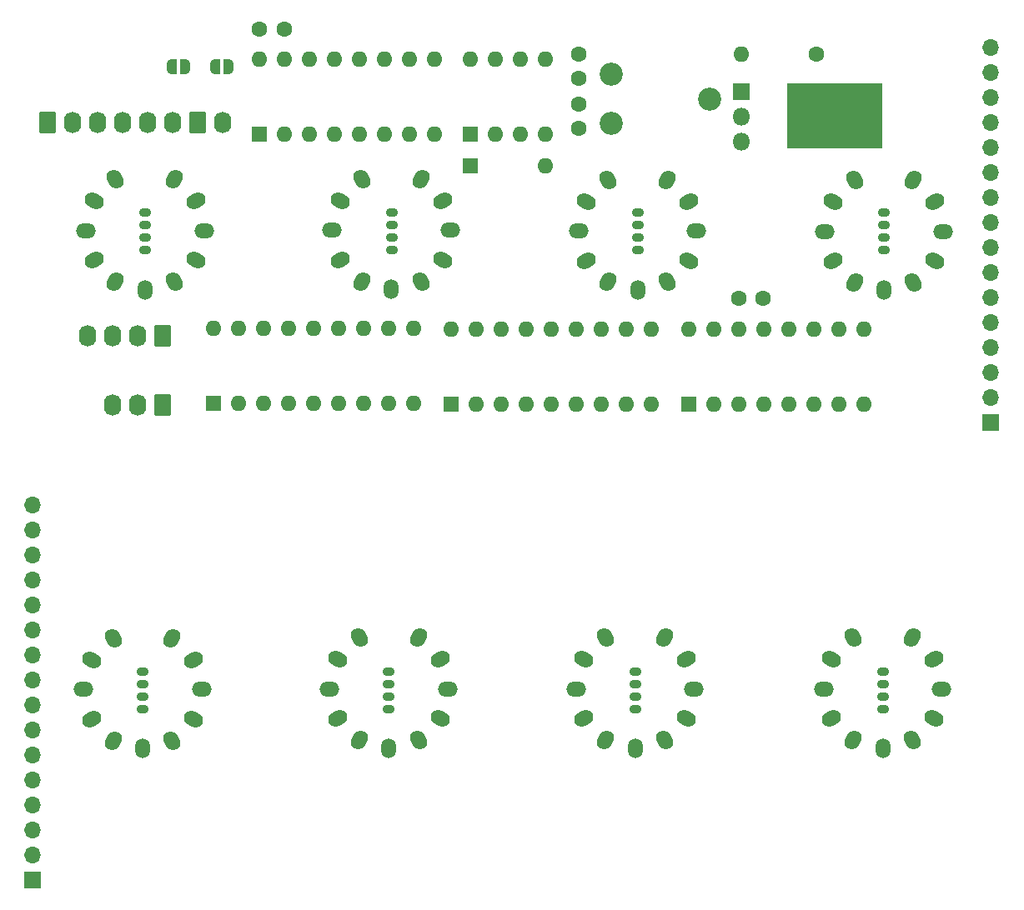
<source format=gbr>
%TF.GenerationSoftware,KiCad,Pcbnew,7.0.1*%
%TF.CreationDate,2023-05-21T16:34:47+02:00*%
%TF.ProjectId,kicad,6b696361-642e-46b6-9963-61645f706362,rev?*%
%TF.SameCoordinates,Original*%
%TF.FileFunction,Soldermask,Top*%
%TF.FilePolarity,Negative*%
%FSLAX46Y46*%
G04 Gerber Fmt 4.6, Leading zero omitted, Abs format (unit mm)*
G04 Created by KiCad (PCBNEW 7.0.1) date 2023-05-21 16:34:47*
%MOMM*%
%LPD*%
G01*
G04 APERTURE LIST*
G04 Aperture macros list*
%AMRoundRect*
0 Rectangle with rounded corners*
0 $1 Rounding radius*
0 $2 $3 $4 $5 $6 $7 $8 $9 X,Y pos of 4 corners*
0 Add a 4 corners polygon primitive as box body*
4,1,4,$2,$3,$4,$5,$6,$7,$8,$9,$2,$3,0*
0 Add four circle primitives for the rounded corners*
1,1,$1+$1,$2,$3*
1,1,$1+$1,$4,$5*
1,1,$1+$1,$6,$7*
1,1,$1+$1,$8,$9*
0 Add four rect primitives between the rounded corners*
20,1,$1+$1,$2,$3,$4,$5,0*
20,1,$1+$1,$4,$5,$6,$7,0*
20,1,$1+$1,$6,$7,$8,$9,0*
20,1,$1+$1,$8,$9,$2,$3,0*%
%AMHorizOval*
0 Thick line with rounded ends*
0 $1 width*
0 $2 $3 position (X,Y) of the first rounded end (center of the circle)*
0 $4 $5 position (X,Y) of the second rounded end (center of the circle)*
0 Add line between two ends*
20,1,$1,$2,$3,$4,$5,0*
0 Add two circle primitives to create the rounded ends*
1,1,$1,$2,$3*
1,1,$1,$4,$5*%
%AMFreePoly0*
4,1,19,0.500000,-0.750000,0.000000,-0.750000,0.000000,-0.744911,-0.071157,-0.744911,-0.207708,-0.704816,-0.327430,-0.627875,-0.420627,-0.520320,-0.479746,-0.390866,-0.500000,-0.250000,-0.500000,0.250000,-0.479746,0.390866,-0.420627,0.520320,-0.327430,0.627875,-0.207708,0.704816,-0.071157,0.744911,0.000000,0.744911,0.000000,0.750000,0.500000,0.750000,0.500000,-0.750000,0.500000,-0.750000,
$1*%
%AMFreePoly1*
4,1,19,0.000000,0.744911,0.071157,0.744911,0.207708,0.704816,0.327430,0.627875,0.420627,0.520320,0.479746,0.390866,0.500000,0.250000,0.500000,-0.250000,0.479746,-0.390866,0.420627,-0.520320,0.327430,-0.627875,0.207708,-0.704816,0.071157,-0.744911,0.000000,-0.744911,0.000000,-0.750000,-0.500000,-0.750000,-0.500000,0.750000,0.000000,0.750000,0.000000,0.744911,0.000000,0.744911,
$1*%
G04 Aperture macros list end*
%ADD10R,1.600000X1.600000*%
%ADD11O,1.600000X1.600000*%
%ADD12FreePoly0,0.000000*%
%ADD13FreePoly1,0.000000*%
%ADD14R,1.800000X1.800000*%
%ADD15R,9.652000X6.604000*%
%ADD16O,1.800000X1.800000*%
%ADD17C,1.600000*%
%ADD18R,1.700000X1.700000*%
%ADD19O,1.700000X1.700000*%
%ADD20RoundRect,0.250000X-0.620000X-0.845000X0.620000X-0.845000X0.620000X0.845000X-0.620000X0.845000X0*%
%ADD21O,1.740000X2.190000*%
%ADD22RoundRect,0.250000X0.620000X0.845000X-0.620000X0.845000X-0.620000X-0.845000X0.620000X-0.845000X0*%
%ADD23C,2.340000*%
%ADD24O,1.200000X0.900000*%
%ADD25HorizOval,1.500000X0.125000X0.216506X-0.125000X-0.216506X0*%
%ADD26HorizOval,1.500000X0.216506X0.125000X-0.216506X-0.125000X0*%
%ADD27O,2.000000X1.500000*%
%ADD28HorizOval,1.500000X-0.216506X0.125000X0.216506X-0.125000X0*%
%ADD29HorizOval,1.500000X-0.125000X0.216506X0.125000X-0.216506X0*%
%ADD30O,1.500000X2.000000*%
%ADD31HorizOval,1.500000X-0.125000X-0.216506X0.125000X0.216506X0*%
%ADD32HorizOval,1.500000X-0.216506X-0.125000X0.216506X0.125000X0*%
G04 APERTURE END LIST*
D10*
%TO.C,D1*%
X140431200Y-50752000D03*
D11*
X148051200Y-50752000D03*
%TD*%
D10*
%TO.C,U1*%
X140441200Y-47567000D03*
D11*
X142981200Y-47567000D03*
X145521200Y-47567000D03*
X148061200Y-47567000D03*
X148061200Y-39947000D03*
X145521200Y-39947000D03*
X142981200Y-39947000D03*
X140441200Y-39947000D03*
%TD*%
D12*
%TO.C,JP2*%
X114551200Y-40657000D03*
D13*
X115851200Y-40657000D03*
%TD*%
D10*
%TO.C,U4*%
X119031200Y-47567000D03*
D11*
X121571200Y-47567000D03*
X124111200Y-47567000D03*
X126651200Y-47567000D03*
X129191200Y-47567000D03*
X131731200Y-47567000D03*
X134271200Y-47567000D03*
X136811200Y-47567000D03*
X136811200Y-39947000D03*
X134271200Y-39947000D03*
X131731200Y-39947000D03*
X129191200Y-39947000D03*
X126651200Y-39947000D03*
X124111200Y-39947000D03*
X121571200Y-39947000D03*
X119031200Y-39947000D03*
%TD*%
D14*
%TO.C,Q1*%
X167976200Y-43197000D03*
D15*
X177398200Y-45723000D03*
D16*
X167976200Y-45737000D03*
X167976200Y-48277000D03*
%TD*%
D17*
%TO.C,C4*%
X167696200Y-64232000D03*
X170196200Y-64232000D03*
%TD*%
D10*
%TO.C,U5*%
X114396200Y-74882000D03*
D11*
X116936200Y-74882000D03*
X119476200Y-74882000D03*
X122016200Y-74882000D03*
X124556200Y-74882000D03*
X127096200Y-74882000D03*
X129636200Y-74882000D03*
X132176200Y-74882000D03*
X134716200Y-74882000D03*
X134716200Y-67262000D03*
X132176200Y-67262000D03*
X129636200Y-67262000D03*
X127096200Y-67262000D03*
X124556200Y-67262000D03*
X122016200Y-67262000D03*
X119476200Y-67262000D03*
X116936200Y-67262000D03*
X114396200Y-67262000D03*
%TD*%
D17*
%TO.C,C1*%
X151466200Y-39407000D03*
X151466200Y-41907000D03*
%TD*%
%TO.C,C2*%
X151466200Y-46987000D03*
X151466200Y-44487000D03*
%TD*%
D18*
%TO.C,J6*%
X96011200Y-123317000D03*
D19*
X96011200Y-120777000D03*
X96011200Y-118237000D03*
X96011200Y-115697000D03*
X96011200Y-113157000D03*
X96011200Y-110617000D03*
X96011200Y-108077000D03*
X96011200Y-105537000D03*
X96011200Y-102997000D03*
X96011200Y-100457000D03*
X96011200Y-97917000D03*
X96011200Y-95377000D03*
X96011200Y-92837000D03*
X96011200Y-90297000D03*
X96011200Y-87757000D03*
X96011200Y-85217000D03*
%TD*%
D17*
%TO.C,R1*%
X175596200Y-39387000D03*
D11*
X167976200Y-39387000D03*
%TD*%
D10*
%TO.C,U3*%
X138526200Y-74942000D03*
D11*
X141066200Y-74942000D03*
X143606200Y-74942000D03*
X146146200Y-74942000D03*
X148686200Y-74942000D03*
X151226200Y-74942000D03*
X153766200Y-74942000D03*
X156306200Y-74942000D03*
X158846200Y-74942000D03*
X158846200Y-67322000D03*
X156306200Y-67322000D03*
X153766200Y-67322000D03*
X151226200Y-67322000D03*
X148686200Y-67322000D03*
X146146200Y-67322000D03*
X143606200Y-67322000D03*
X141066200Y-67322000D03*
X138526200Y-67322000D03*
%TD*%
D20*
%TO.C,J3*%
X112731200Y-46372000D03*
D21*
X115271200Y-46372000D03*
%TD*%
D10*
%TO.C,U2*%
X162656200Y-74942000D03*
D11*
X165196200Y-74942000D03*
X167736200Y-74942000D03*
X170276200Y-74942000D03*
X172816200Y-74942000D03*
X175356200Y-74942000D03*
X177896200Y-74942000D03*
X180436200Y-74942000D03*
X180436200Y-67322000D03*
X177896200Y-67322000D03*
X175356200Y-67322000D03*
X172816200Y-67322000D03*
X170276200Y-67322000D03*
X167736200Y-67322000D03*
X165196200Y-67322000D03*
X162656200Y-67322000D03*
%TD*%
D18*
%TO.C,J5*%
X193311200Y-76831600D03*
D19*
X193311200Y-74291600D03*
X193311200Y-71751600D03*
X193311200Y-69211600D03*
X193311200Y-66671600D03*
X193311200Y-64131600D03*
X193311200Y-61591600D03*
X193311200Y-59051600D03*
X193311200Y-56511600D03*
X193311200Y-53971600D03*
X193311200Y-51431600D03*
X193311200Y-48891600D03*
X193311200Y-46351600D03*
X193311200Y-43811600D03*
X193311200Y-41271600D03*
X193311200Y-38731600D03*
%TD*%
D17*
%TO.C,C3*%
X119051200Y-36877000D03*
X121551200Y-36877000D03*
%TD*%
D22*
%TO.C,J2*%
X109236200Y-68042000D03*
D21*
X106696200Y-68042000D03*
X104156200Y-68042000D03*
X101616200Y-68042000D03*
%TD*%
D22*
%TO.C,J1*%
X109236200Y-75027000D03*
D21*
X106696200Y-75027000D03*
X104156200Y-75027000D03*
%TD*%
D20*
%TO.C,J4*%
X97491200Y-46372000D03*
D21*
X100031200Y-46372000D03*
X102571200Y-46372000D03*
X105111200Y-46372000D03*
X107651200Y-46372000D03*
X110191200Y-46372000D03*
%TD*%
D12*
%TO.C,JP1*%
X110151200Y-40657000D03*
D13*
X111451200Y-40657000D03*
%TD*%
D23*
%TO.C,RV1*%
X154721200Y-46482000D03*
X164721200Y-43982000D03*
X154721200Y-41482000D03*
%TD*%
D24*
%TO.C,LED7*%
X157161200Y-105932000D03*
X157161200Y-104662000D03*
X157161200Y-103392000D03*
X157161200Y-102122000D03*
%TD*%
%TO.C,LED3*%
X157451200Y-59347000D03*
X157451200Y-58077000D03*
X157451200Y-56807000D03*
X157451200Y-55537000D03*
%TD*%
D25*
%TO.C,VFD8*%
X185311200Y-98719648D03*
D26*
X187507352Y-100915800D03*
D27*
X188311200Y-103915800D03*
D28*
X187507352Y-106915800D03*
D29*
X185311200Y-109111952D03*
D30*
X182311200Y-109915800D03*
D31*
X179311201Y-109111952D03*
D32*
X177115048Y-106915800D03*
D27*
X176311200Y-103915800D03*
D28*
X177115048Y-100915801D03*
D29*
X179311201Y-98719648D03*
%TD*%
D25*
%TO.C,VFD6*%
X135161200Y-98719648D03*
D26*
X137357352Y-100915800D03*
D27*
X138161200Y-103915800D03*
D28*
X137357352Y-106915800D03*
D29*
X135161200Y-109111952D03*
D30*
X132161200Y-109915800D03*
D31*
X129161201Y-109111952D03*
D32*
X126965048Y-106915800D03*
D27*
X126161200Y-103915800D03*
D28*
X126965048Y-100915801D03*
D29*
X129161201Y-98719648D03*
%TD*%
D25*
%TO.C,VFD2*%
X135416500Y-52115248D03*
D26*
X137612652Y-54311400D03*
D27*
X138416500Y-57311400D03*
D28*
X137612652Y-60311400D03*
D29*
X135416500Y-62507552D03*
D30*
X132416500Y-63311400D03*
D31*
X129416501Y-62507552D03*
D32*
X127220348Y-60311400D03*
D27*
X126416500Y-57311400D03*
D28*
X127220348Y-54311401D03*
D29*
X129416501Y-52115248D03*
%TD*%
D25*
%TO.C,VFD7*%
X160161200Y-98719648D03*
D26*
X162357352Y-100915800D03*
D27*
X163161200Y-103915800D03*
D28*
X162357352Y-106915800D03*
D29*
X160161200Y-109111952D03*
D30*
X157161200Y-109915800D03*
D31*
X154161201Y-109111952D03*
D32*
X151965048Y-106915800D03*
D27*
X151161200Y-103915800D03*
D28*
X151965048Y-100915801D03*
D29*
X154161201Y-98719648D03*
%TD*%
D24*
%TO.C,LED4*%
X182427300Y-59347000D03*
X182427300Y-58077000D03*
X182427300Y-56807000D03*
X182427300Y-55537000D03*
%TD*%
%TO.C,LED2*%
X132451200Y-59347000D03*
X132451200Y-58077000D03*
X132451200Y-56807000D03*
X132451200Y-55537000D03*
%TD*%
%TO.C,LED5*%
X107161200Y-105932000D03*
X107161200Y-104662000D03*
X107161200Y-103392000D03*
X107161200Y-102122000D03*
%TD*%
D25*
%TO.C,VFD1*%
X110411200Y-52148048D03*
D26*
X112607352Y-54344200D03*
D27*
X113411200Y-57344200D03*
D28*
X112607352Y-60344200D03*
D29*
X110411200Y-62540352D03*
D30*
X107411200Y-63344200D03*
D31*
X104411201Y-62540352D03*
D32*
X102215048Y-60344200D03*
D27*
X101411200Y-57344200D03*
D28*
X102215048Y-54344201D03*
D29*
X104411201Y-52148048D03*
%TD*%
D24*
%TO.C,LED6*%
X132161200Y-105932000D03*
X132161200Y-104662000D03*
X132161200Y-103392000D03*
X132161200Y-102122000D03*
%TD*%
D25*
%TO.C,VFD3*%
X160421900Y-52180848D03*
D26*
X162618052Y-54377000D03*
D27*
X163421900Y-57377000D03*
D28*
X162618052Y-60377000D03*
D29*
X160421900Y-62573152D03*
D30*
X157421900Y-63377000D03*
D31*
X154421901Y-62573152D03*
D32*
X152225748Y-60377000D03*
D27*
X151421900Y-57377000D03*
D28*
X152225748Y-54377001D03*
D29*
X154421901Y-52180848D03*
%TD*%
D24*
%TO.C,LED1*%
X107411200Y-59347000D03*
X107411200Y-58077000D03*
X107411200Y-56807000D03*
X107411200Y-55537000D03*
%TD*%
D25*
%TO.C,VFD5*%
X110165000Y-98765848D03*
D26*
X112361152Y-100962000D03*
D27*
X113165000Y-103962000D03*
D28*
X112361152Y-106962000D03*
D29*
X110165000Y-109158152D03*
D30*
X107165000Y-109962000D03*
D31*
X104165001Y-109158152D03*
D32*
X101968848Y-106962000D03*
D27*
X101165000Y-103962000D03*
D28*
X101968848Y-100962001D03*
D29*
X104165001Y-98765848D03*
%TD*%
D25*
%TO.C,VFD4*%
X185427300Y-52213648D03*
D26*
X187623452Y-54409800D03*
D27*
X188427300Y-57409800D03*
D28*
X187623452Y-60409800D03*
D29*
X185427300Y-62605952D03*
D30*
X182427300Y-63409800D03*
D31*
X179427301Y-62605952D03*
D32*
X177231148Y-60409800D03*
D27*
X176427300Y-57409800D03*
D28*
X177231148Y-54409801D03*
D29*
X179427301Y-52213648D03*
%TD*%
D24*
%TO.C,LED8*%
X182311200Y-105932000D03*
X182311200Y-104662000D03*
X182311200Y-103392000D03*
X182311200Y-102122000D03*
%TD*%
M02*

</source>
